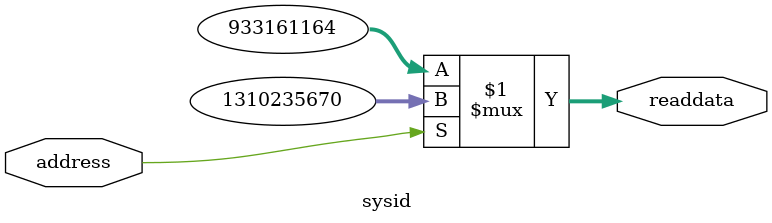
<source format=v>

`timescale 1ns / 1ps
// synthesis translate_on

// turn off superfluous verilog processor warnings 
// altera message_level Level1 
// altera message_off 10034 10035 10036 10037 10230 10240 10030 

module sysid (
               // inputs:
                address,

               // outputs:
                readdata
             )
;

  output  [ 31: 0] readdata;
  input            address;

  wire    [ 31: 0] readdata;
  //control_slave, which is an e_avalon_slave
  assign readdata = address ? 1310235670 : 933161164;

endmodule


</source>
